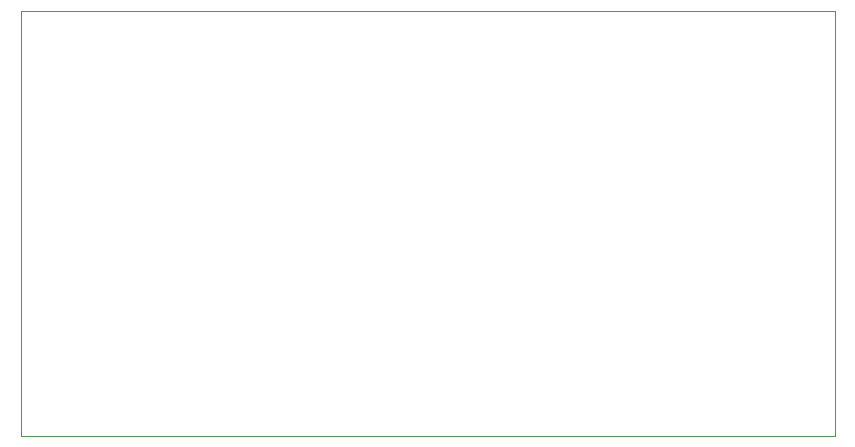
<source format=gbr>
%TF.GenerationSoftware,KiCad,Pcbnew,7.0.9*%
%TF.CreationDate,2024-03-19T10:53:25-03:00*%
%TF.ProjectId,CPU Stm32G431,43505520-5374-46d3-9332-473433312e6b,rev?*%
%TF.SameCoordinates,Original*%
%TF.FileFunction,Profile,NP*%
%FSLAX46Y46*%
G04 Gerber Fmt 4.6, Leading zero omitted, Abs format (unit mm)*
G04 Created by KiCad (PCBNEW 7.0.9) date 2024-03-19 10:53:25*
%MOMM*%
%LPD*%
G01*
G04 APERTURE LIST*
%TA.AperFunction,Profile*%
%ADD10C,0.100000*%
%TD*%
G04 APERTURE END LIST*
D10*
X182880000Y-86400000D02*
X182880000Y-122390000D01*
X114010000Y-86410000D02*
X182880000Y-86400000D01*
X182880000Y-122390000D02*
X114000000Y-122390000D01*
X114000000Y-122390000D02*
X114010000Y-86410000D01*
M02*

</source>
